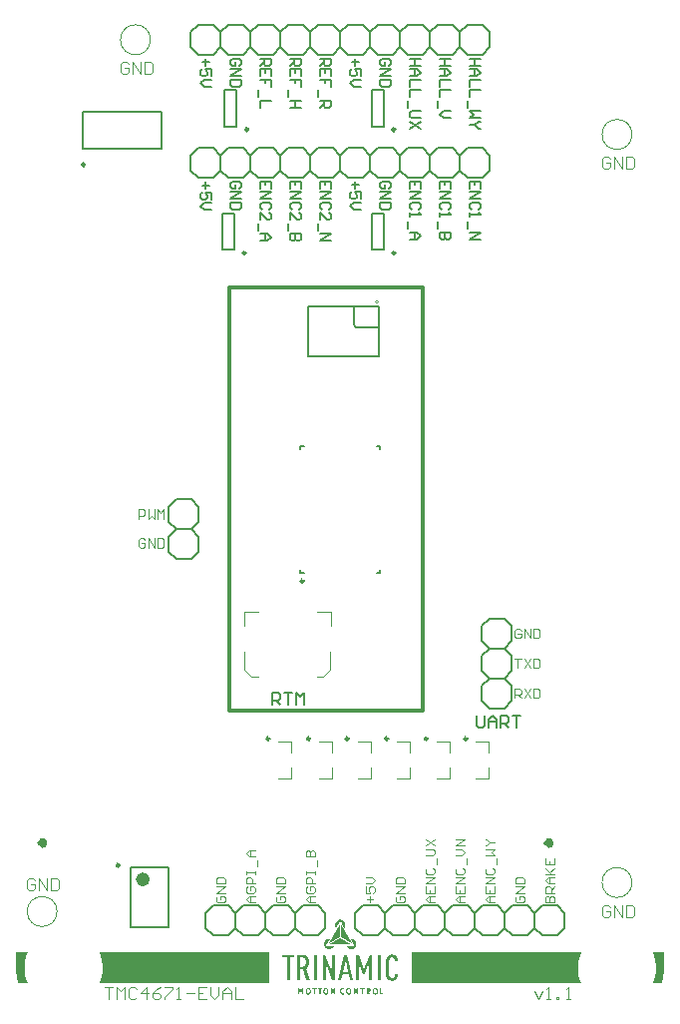
<source format=gto>
G04 Layer_Color=65535*
%FSLAX25Y25*%
%MOIN*%
G70*
G01*
G75*
%ADD30C,0.00600*%
%ADD54C,0.00984*%
%ADD55C,0.02362*%
%ADD56C,0.01968*%
%ADD57C,0.00394*%
%ADD58C,0.00500*%
%ADD59C,0.00400*%
%ADD60C,0.00787*%
%ADD61C,0.01181*%
%ADD62C,0.00472*%
%ADD63C,0.00350*%
%ADD64C,0.00321*%
G36*
X109124Y8885D02*
X109124Y8885D01*
X109228Y8883D01*
X109293Y8878D01*
X109354Y8872D01*
X109438Y8859D01*
X109511Y8845D01*
X109574Y8833D01*
X109639Y8820D01*
Y8474D01*
X109570Y8487D01*
X109503Y8497D01*
X109417Y8509D01*
X109340Y8517D01*
X109288Y8522D01*
X109224Y8526D01*
X109163Y8528D01*
X109139Y8528D01*
X109092Y8525D01*
X109046Y8517D01*
X109000Y8506D01*
X108978Y8498D01*
X108959Y8491D01*
X108923Y8475D01*
X108889Y8455D01*
X108856Y8433D01*
X108841Y8421D01*
X108834Y8416D01*
X108822Y8405D01*
X108810Y8393D01*
X108799Y8381D01*
X108794Y8375D01*
X108794Y8375D01*
X108752Y8318D01*
X108727Y8275D01*
X108704Y8227D01*
X108683Y8174D01*
X108657Y8085D01*
X108639Y7983D01*
X108632Y7908D01*
X108628Y7826D01*
X108629Y7699D01*
X108635Y7620D01*
X108644Y7548D01*
X108657Y7482D01*
X108674Y7422D01*
X108704Y7342D01*
X108727Y7295D01*
X108779Y7213D01*
X108788Y7203D01*
X108806Y7182D01*
X108825Y7163D01*
X108846Y7145D01*
X108857Y7137D01*
X108870Y7128D01*
X108896Y7111D01*
X108923Y7097D01*
X108951Y7084D01*
X108965Y7079D01*
Y7079D01*
X108989Y7070D01*
X109038Y7057D01*
X109087Y7049D01*
X109138Y7046D01*
X109163Y7046D01*
X109163D01*
X109224Y7047D01*
X109288Y7052D01*
X109417Y7067D01*
X109491Y7077D01*
X109581Y7092D01*
X109639Y7102D01*
Y6749D01*
X109574Y6736D01*
X109488Y6719D01*
X109438Y6709D01*
X109383Y6700D01*
X109293Y6690D01*
X109228Y6686D01*
X109160Y6684D01*
X109128Y6683D01*
X109065Y6685D01*
X109003Y6690D01*
X108940Y6699D01*
X108910Y6705D01*
X108910Y6705D01*
X108848Y6717D01*
X108730Y6758D01*
X108620Y6817D01*
X108520Y6893D01*
X108477Y6938D01*
X108477Y6938D01*
X108383Y7056D01*
X108306Y7199D01*
X108274Y7280D01*
X108235Y7414D01*
X108216Y7511D01*
X108204Y7615D01*
X108198Y7726D01*
X108197Y7784D01*
X108204Y7953D01*
X108216Y8058D01*
X108235Y8155D01*
X108259Y8246D01*
X108294Y8344D01*
X108324Y8407D01*
X108362Y8479D01*
X108405Y8544D01*
X108413Y8556D01*
X108430Y8578D01*
X108448Y8600D01*
X108467Y8620D01*
X108477Y8630D01*
Y8630D01*
X108508Y8662D01*
X108577Y8719D01*
X108651Y8768D01*
X108730Y8808D01*
X108772Y8824D01*
X108814Y8840D01*
X108901Y8864D01*
X108989Y8879D01*
X109079Y8886D01*
X109124Y8885D01*
D02*
G37*
G36*
X117876Y8853D02*
X117968Y8838D01*
X118057Y8816D01*
X118101Y8800D01*
X118115Y8795D01*
X118143Y8782D01*
X118169Y8766D01*
X118195Y8748D01*
X118206Y8738D01*
X118219Y8730D01*
X118243Y8712D01*
X118265Y8692D01*
X118286Y8670D01*
X118296Y8658D01*
X118306Y8646D01*
X118323Y8619D01*
X118339Y8591D01*
X118352Y8562D01*
X118357Y8547D01*
X118357Y8547D01*
X118365Y8531D01*
X118378Y8499D01*
X118389Y8466D01*
X118397Y8431D01*
X118399Y8414D01*
X118402Y8397D01*
X118405Y8361D01*
X118407Y8326D01*
X118408Y8291D01*
X118407Y8273D01*
X118408Y8263D01*
X118408Y8244D01*
X118408Y8224D01*
X118408Y8205D01*
X118407Y8195D01*
X118407Y8169D01*
X118403Y8118D01*
X118394Y8067D01*
X118381Y8018D01*
X118372Y7994D01*
X118361Y7972D01*
X118336Y7930D01*
X118307Y7890D01*
X118276Y7853D01*
X118259Y7836D01*
X118259Y7836D01*
X118233Y7806D01*
X118172Y7757D01*
X118104Y7718D01*
X118030Y7692D01*
X117992Y7685D01*
X118494Y6711D01*
X118052Y6713D01*
X117568Y7647D01*
X117423D01*
X117423Y7984D01*
X117621D01*
X117723Y7990D01*
X117786Y8000D01*
X117839Y8015D01*
X117839D01*
X117848Y8018D01*
X117864Y8024D01*
X117880Y8032D01*
X117895Y8041D01*
X117902Y8046D01*
X117915Y8056D01*
X117938Y8080D01*
X117956Y8107D01*
X117970Y8136D01*
X117975Y8152D01*
X117985Y8202D01*
X117989Y8259D01*
X117985Y8313D01*
X117985Y8313D01*
X117984Y8322D01*
X117981Y8339D01*
X117977Y8356D01*
X117971Y8372D01*
X117968Y8381D01*
X117963Y8392D01*
X117950Y8414D01*
X117935Y8433D01*
X117917Y8450D01*
X117906Y8458D01*
X117897Y8464D01*
X117878Y8474D01*
X117859Y8483D01*
X117839Y8490D01*
X117828Y8493D01*
Y8493D01*
X117815Y8497D01*
X117789Y8502D01*
X117763Y8507D01*
X117736Y8512D01*
X117723Y8513D01*
X117421Y8513D01*
X117423Y7984D01*
D01*
X117423Y7647D01*
X117423D01*
Y7645D01*
X117421Y6711D01*
X117018Y6713D01*
X117020Y8857D01*
X117738Y8857D01*
X117738Y8857D01*
X117784Y8859D01*
X117876Y8853D01*
D02*
G37*
G36*
X114233Y8857D02*
X114234Y8857D01*
X114234Y8856D01*
Y8855D01*
Y6713D01*
Y6713D01*
X114234Y6712D01*
X114233Y6712D01*
X114232Y6711D01*
X113831D01*
X113830Y6711D01*
X113830Y6712D01*
X113829Y6712D01*
X113829Y6712D01*
X113109Y8008D01*
Y6713D01*
Y6713D01*
X113109Y6712D01*
X113108Y6712D01*
X113108Y6711D01*
X112706D01*
X112705Y6712D01*
X112704Y6712D01*
X112704Y6713D01*
Y6713D01*
Y8855D01*
Y8856D01*
X112704Y8857D01*
X112705Y8857D01*
X112706Y8857D01*
X113107D01*
X113108Y8857D01*
X113109Y8857D01*
X113109Y8857D01*
X113109Y8856D01*
X113829Y7557D01*
Y8855D01*
Y8856D01*
X113829Y8857D01*
X113830Y8857D01*
X113830Y8857D01*
X114232D01*
X114233Y8857D01*
D02*
G37*
G36*
X95955D02*
X95956Y8857D01*
X95956Y8856D01*
Y8855D01*
Y6713D01*
Y6713D01*
X95956Y6712D01*
X95955Y6712D01*
X95955Y6711D01*
X95553D01*
X95552Y6712D01*
X95551Y6712D01*
X95551Y6713D01*
Y6713D01*
Y8022D01*
X95247Y7382D01*
X95247D01*
X95247Y7382D01*
X95246Y7381D01*
X95246Y7381D01*
X95245Y7381D01*
X94848D01*
X94847Y7381D01*
X94847Y7381D01*
X94846Y7382D01*
X94846Y7382D01*
X94533Y8028D01*
Y6713D01*
Y6713D01*
X94533Y6712D01*
X94532Y6712D01*
X94531Y6711D01*
X94129D01*
X94129Y6712D01*
X94128Y6712D01*
X94128Y6713D01*
Y6713D01*
Y8855D01*
Y8856D01*
X94128Y8857D01*
X94129Y8857D01*
X94129Y8857D01*
X94531D01*
X94532Y8857D01*
X94532Y8857D01*
X94533Y8857D01*
X94533Y8856D01*
X95046Y7810D01*
X95551Y8856D01*
X95551Y8856D01*
X95551Y8857D01*
X95552Y8857D01*
X95552Y8857D01*
X95553Y8857D01*
X95955D01*
X95955Y8857D01*
D02*
G37*
G36*
X188357Y19710D02*
X187869Y17572D01*
X187746Y15382D01*
X187992Y13203D01*
X188599Y11095D01*
X188821Y10634D01*
X132115D01*
Y20800D01*
X188809D01*
X188357Y19710D01*
D02*
G37*
G36*
X216615Y14467D02*
X215955Y10634D01*
X212771D01*
X213420Y12489D01*
X213787Y14652D01*
X213787Y15748D01*
X213787Y16600D01*
X213565Y18290D01*
X213124Y19936D01*
X212766Y20800D01*
X216615D01*
Y14467D01*
D02*
G37*
G36*
X3318Y19710D02*
X2830Y17572D01*
X2707Y15382D01*
X2952Y13203D01*
X3559Y11095D01*
X3782Y10634D01*
X580D01*
X-80Y14467D01*
Y20800D01*
X3769D01*
X3318Y19710D01*
D02*
G37*
G36*
X84420Y10634D02*
X27731D01*
X28381Y12489D01*
X28748Y14652D01*
X28748Y15748D01*
X28748Y16600D01*
X28526Y18290D01*
X28084Y19936D01*
X27727Y20800D01*
X84420D01*
Y10634D01*
D02*
G37*
G36*
X106591Y8857D02*
X106591Y8857D01*
X106592Y8856D01*
Y8855D01*
Y6713D01*
Y6713D01*
X106591Y6712D01*
X106591Y6712D01*
X106590Y6711D01*
X106189D01*
X106188Y6711D01*
X106188Y6712D01*
X106187Y6712D01*
X106187Y6712D01*
X105467Y8008D01*
Y6713D01*
Y6713D01*
X105467Y6712D01*
X105466Y6712D01*
X105466Y6711D01*
X105063D01*
X105062Y6712D01*
X105062Y6712D01*
X105062Y6713D01*
Y6713D01*
Y8855D01*
Y8856D01*
X105062Y8857D01*
X105062Y8857D01*
X105063Y8857D01*
X105465D01*
X105466Y8857D01*
X105466Y8857D01*
X105467Y8857D01*
X105467Y8856D01*
X106187Y7557D01*
Y8855D01*
Y8856D01*
X106187Y8857D01*
X106188Y8857D01*
X106188Y8857D01*
X106590D01*
X106591Y8857D01*
D02*
G37*
G36*
X116365D02*
X116366Y8857D01*
X116366Y8856D01*
Y8855D01*
Y8498D01*
Y8498D01*
X116366Y8497D01*
X116365Y8497D01*
X116365Y8496D01*
X115831D01*
Y6713D01*
Y6713D01*
X115831Y6712D01*
X115830Y6712D01*
X115830Y6711D01*
X115427D01*
X115427Y6712D01*
X115426Y6712D01*
X115426Y6713D01*
Y6713D01*
Y8496D01*
X114892D01*
X114891Y8497D01*
X114891Y8497D01*
X114891Y8498D01*
Y8498D01*
Y8855D01*
Y8856D01*
X114891Y8857D01*
X114891Y8857D01*
X114892Y8857D01*
X116365D01*
X116365Y8857D01*
D02*
G37*
G36*
X121944D02*
X121945Y8857D01*
X121945Y8856D01*
Y8855D01*
Y7058D01*
X122598D01*
X122599Y7057D01*
X122599Y7057D01*
X122599Y7056D01*
Y7056D01*
Y6713D01*
Y6713D01*
X122599Y6712D01*
X122599Y6712D01*
X122598Y6711D01*
X121542D01*
X121541Y6712D01*
X121540Y6712D01*
X121540Y6713D01*
Y6713D01*
Y8855D01*
Y8856D01*
X121540Y8857D01*
X121541Y8857D01*
X121542Y8857D01*
X121944D01*
X121944Y8857D01*
D02*
G37*
G36*
X100376D02*
X100377Y8857D01*
X100377Y8856D01*
Y8855D01*
Y8498D01*
Y8498D01*
X100377Y8497D01*
X100376Y8497D01*
X100376Y8496D01*
X99842D01*
Y6713D01*
Y6713D01*
X99842Y6712D01*
X99841Y6712D01*
X99840Y6711D01*
X99438D01*
X99437Y6712D01*
X99437Y6712D01*
X99437Y6713D01*
Y6713D01*
Y8496D01*
X98903D01*
X98902Y8497D01*
X98902Y8497D01*
X98902Y8498D01*
Y8498D01*
Y8855D01*
Y8856D01*
X98902Y8857D01*
X98902Y8857D01*
X98903Y8857D01*
X100376D01*
X100376Y8857D01*
D02*
G37*
G36*
X102024D02*
X102025Y8857D01*
X102025Y8856D01*
Y8855D01*
Y8601D01*
Y8601D01*
X102025Y8600D01*
X102024Y8599D01*
X102024Y8599D01*
X101668D01*
Y6970D01*
X102024D01*
X102024Y6969D01*
X102025Y6969D01*
X102025Y6968D01*
Y6967D01*
Y6713D01*
Y6713D01*
X102025Y6712D01*
X102024Y6712D01*
X102024Y6711D01*
X100908D01*
X100907Y6712D01*
X100907Y6712D01*
X100906Y6713D01*
Y6713D01*
Y6967D01*
Y6968D01*
X100907Y6969D01*
X100907Y6969D01*
X100908Y6970D01*
X101263D01*
Y8599D01*
X100908D01*
X100907Y8599D01*
X100907Y8600D01*
X100906Y8601D01*
Y8601D01*
Y8855D01*
Y8856D01*
X100907Y8857D01*
X100907Y8857D01*
X100908Y8857D01*
X102024D01*
X102024Y8857D01*
D02*
G37*
G36*
X103574Y8878D02*
X103636Y8868D01*
X103658Y8864D01*
X103702Y8855D01*
X103745Y8842D01*
X103788Y8827D01*
X103809Y8818D01*
X103809Y8818D01*
X103849Y8801D01*
X103925Y8758D01*
X103995Y8707D01*
X104059Y8647D01*
X104087Y8614D01*
X104087Y8614D01*
X104099Y8600D01*
X104122Y8571D01*
X104143Y8541D01*
X104162Y8509D01*
X104171Y8493D01*
X104172Y8494D01*
X104207Y8425D01*
X104239Y8351D01*
X104266Y8271D01*
X104298Y8140D01*
X104313Y8046D01*
X104323Y7946D01*
X104328Y7840D01*
X104329Y7784D01*
X104323Y7623D01*
X104313Y7523D01*
X104298Y7429D01*
X104278Y7340D01*
X104272Y7320D01*
X104260Y7279D01*
X104247Y7239D01*
X104232Y7200D01*
X104223Y7180D01*
X104224Y7180D01*
X104190Y7109D01*
X104152Y7043D01*
X104087Y6955D01*
X104060Y6921D01*
X103996Y6861D01*
X103926Y6810D01*
X103849Y6767D01*
X103809Y6751D01*
X103809Y6751D01*
X103788Y6742D01*
X103746Y6728D01*
X103703Y6715D01*
X103660Y6705D01*
X103638Y6701D01*
X103638Y6701D01*
X103527Y6687D01*
X103450Y6684D01*
Y7026D01*
X103450D01*
X103450D01*
D01*
X103472Y7026D01*
X103514Y7029D01*
X103556Y7037D01*
X103597Y7049D01*
X103617Y7057D01*
X103617Y7057D01*
X103631Y7063D01*
X103659Y7077D01*
X103686Y7094D01*
X103711Y7113D01*
X103723Y7123D01*
X103723Y7123D01*
X103734Y7134D01*
X103754Y7155D01*
X103773Y7178D01*
X103789Y7203D01*
X103797Y7216D01*
X103797Y7216D01*
X103803Y7226D01*
X103814Y7246D01*
X103824Y7267D01*
X103834Y7288D01*
X103839Y7299D01*
X103839Y7299D01*
X103871Y7398D01*
X103894Y7511D01*
X103908Y7640D01*
X103913Y7784D01*
X103913Y7918D01*
X103894Y8057D01*
X103871Y8171D01*
X103839Y8270D01*
X103797Y8353D01*
X103746Y8421D01*
X103686Y8474D01*
X103620Y8505D01*
X103538Y8535D01*
X103450Y8543D01*
X103429Y8542D01*
X103387Y8539D01*
X103345Y8531D01*
X103304Y8520D01*
X103284Y8512D01*
X103284Y8512D01*
X103188Y8451D01*
X103104Y8353D01*
X103062Y8270D01*
X103030Y8171D01*
X103006Y8060D01*
X102993Y7928D01*
X102988Y7784D01*
X102992Y7646D01*
X103007Y7512D01*
X103030Y7398D01*
X103062Y7299D01*
X103104Y7216D01*
X103155Y7147D01*
X103215Y7095D01*
X103232Y7084D01*
X103267Y7065D01*
X103304Y7050D01*
X103343Y7038D01*
X103363Y7034D01*
X103373Y7032D01*
X103395Y7029D01*
X103417Y7027D01*
X103439Y7026D01*
X103450Y7026D01*
X103450Y6684D01*
X103335Y6690D01*
X103227Y6708D01*
X103210Y6712D01*
X103175Y6721D01*
X103141Y6732D01*
X103108Y6744D01*
X103092Y6751D01*
X103092Y6751D01*
X103052Y6768D01*
X102976Y6810D01*
X102905Y6862D01*
X102842Y6921D01*
X102814Y6954D01*
X102814Y6955D01*
X102802Y6969D01*
X102779Y6998D01*
X102758Y7028D01*
X102738Y7059D01*
X102729Y7075D01*
X102729Y7075D01*
X102694Y7144D01*
X102662Y7218D01*
X102635Y7298D01*
X102603Y7429D01*
X102588Y7523D01*
X102578Y7623D01*
X102573Y7729D01*
X102572Y7784D01*
X102578Y7946D01*
X102588Y8046D01*
X102603Y8140D01*
X102623Y8229D01*
X102629Y8249D01*
X102641Y8289D01*
X102655Y8329D01*
X102669Y8369D01*
X102677Y8388D01*
X102677Y8388D01*
X102711Y8460D01*
X102749Y8526D01*
X102814Y8614D01*
X102828Y8631D01*
X102857Y8663D01*
X102889Y8693D01*
X102923Y8721D01*
X102941Y8733D01*
X102941Y8733D01*
X102959Y8746D01*
X102995Y8769D01*
X103033Y8790D01*
X103072Y8809D01*
X103092Y8818D01*
X103092Y8818D01*
X103112Y8827D01*
X103154Y8842D01*
X103197Y8854D01*
X103240Y8864D01*
X103262Y8868D01*
X103262Y8868D01*
X103373Y8882D01*
X103450Y8885D01*
X103574Y8878D01*
D02*
G37*
G36*
X111216D02*
X111278Y8868D01*
X111300Y8864D01*
X111344Y8855D01*
X111388Y8842D01*
X111430Y8827D01*
X111451Y8818D01*
X111451Y8818D01*
X111492Y8801D01*
X111567Y8758D01*
X111638Y8707D01*
X111701Y8647D01*
X111729Y8614D01*
X111730Y8614D01*
X111741Y8600D01*
X111764Y8571D01*
X111785Y8541D01*
X111805Y8509D01*
X111814Y8493D01*
X111814Y8494D01*
X111850Y8425D01*
X111881Y8351D01*
X111908Y8271D01*
X111940Y8140D01*
X111955Y8046D01*
X111965Y7946D01*
X111970Y7840D01*
X111971Y7784D01*
X111965Y7623D01*
X111955Y7523D01*
X111940Y7429D01*
X111920Y7340D01*
X111915Y7320D01*
X111903Y7279D01*
X111889Y7239D01*
X111874Y7200D01*
X111866Y7180D01*
X111866Y7180D01*
X111832Y7109D01*
X111794Y7043D01*
X111730Y6955D01*
X111702Y6921D01*
X111638Y6861D01*
X111568Y6810D01*
X111492Y6767D01*
X111451Y6751D01*
X111451Y6751D01*
X111431Y6742D01*
X111389Y6728D01*
X111346Y6715D01*
X111302Y6705D01*
X111280Y6701D01*
X111281Y6701D01*
X111170Y6687D01*
X111093Y6684D01*
Y7026D01*
X111093D01*
X111093D01*
D01*
X111114Y7026D01*
X111156Y7029D01*
X111198Y7037D01*
X111239Y7049D01*
X111259Y7057D01*
X111259Y7057D01*
X111274Y7063D01*
X111302Y7077D01*
X111328Y7094D01*
X111353Y7113D01*
X111365Y7123D01*
X111365Y7123D01*
X111376Y7134D01*
X111397Y7155D01*
X111415Y7178D01*
X111432Y7203D01*
X111439Y7216D01*
X111440Y7216D01*
X111445Y7226D01*
X111456Y7246D01*
X111467Y7267D01*
X111476Y7288D01*
X111481Y7299D01*
X111481Y7299D01*
X111513Y7398D01*
X111537Y7511D01*
X111550Y7640D01*
X111555Y7784D01*
X111555Y7918D01*
X111537Y8057D01*
X111513Y8171D01*
X111481Y8270D01*
X111440Y8353D01*
X111389Y8421D01*
X111328Y8474D01*
X111262Y8505D01*
X111180Y8535D01*
X111093Y8543D01*
X111071Y8542D01*
X111029Y8539D01*
X110987Y8531D01*
X110946Y8520D01*
X110926Y8512D01*
X110926Y8512D01*
X110830Y8451D01*
X110746Y8353D01*
X110704Y8270D01*
X110672Y8171D01*
X110648Y8060D01*
X110635Y7928D01*
X110630Y7784D01*
X110634Y7646D01*
X110649Y7512D01*
X110672Y7398D01*
X110704Y7299D01*
X110746Y7216D01*
X110797Y7147D01*
X110857Y7095D01*
X110874Y7084D01*
X110909Y7065D01*
X110947Y7050D01*
X110985Y7038D01*
X111005Y7034D01*
X111016Y7032D01*
X111038Y7029D01*
X111059Y7027D01*
X111082Y7026D01*
X111093Y7026D01*
X111093Y6684D01*
X110978Y6690D01*
X110869Y6708D01*
X110852Y6712D01*
X110818Y6721D01*
X110784Y6732D01*
X110750Y6744D01*
X110734Y6751D01*
X110734Y6751D01*
X110694Y6768D01*
X110618Y6810D01*
X110548Y6862D01*
X110484Y6921D01*
X110456Y6954D01*
X110456Y6955D01*
X110444Y6969D01*
X110422Y6998D01*
X110400Y7028D01*
X110381Y7059D01*
X110372Y7075D01*
X110372Y7075D01*
X110336Y7144D01*
X110304Y7218D01*
X110277Y7298D01*
X110245Y7429D01*
X110230Y7523D01*
X110220Y7623D01*
X110215Y7729D01*
X110215Y7784D01*
X110220Y7946D01*
X110230Y8046D01*
X110245Y8140D01*
X110265Y8229D01*
X110271Y8249D01*
X110283Y8289D01*
X110297Y8329D01*
X110312Y8369D01*
X110320Y8388D01*
X110320Y8388D01*
X110353Y8460D01*
X110391Y8526D01*
X110456Y8614D01*
X110470Y8631D01*
X110500Y8663D01*
X110532Y8693D01*
X110565Y8721D01*
X110583Y8733D01*
X110583Y8733D01*
X110601Y8746D01*
X110637Y8769D01*
X110675Y8790D01*
X110714Y8809D01*
X110734Y8818D01*
X110734Y8818D01*
X110755Y8827D01*
X110796Y8842D01*
X110839Y8854D01*
X110883Y8864D01*
X110905Y8868D01*
X110905Y8868D01*
X111015Y8882D01*
X111093Y8885D01*
X111216Y8878D01*
D02*
G37*
G36*
X97692Y8878D02*
X97753Y8868D01*
X97776Y8864D01*
X97820Y8855D01*
X97863Y8842D01*
X97906Y8827D01*
X97927Y8818D01*
X97927Y8818D01*
X97967Y8801D01*
X98043Y8758D01*
X98113Y8707D01*
X98177Y8647D01*
X98205Y8614D01*
X98205Y8614D01*
X98217Y8600D01*
X98239Y8571D01*
X98261Y8541D01*
X98280Y8509D01*
X98289Y8493D01*
X98289Y8494D01*
X98325Y8425D01*
X98356Y8350D01*
X98384Y8271D01*
X98416Y8140D01*
X98431Y8046D01*
X98441Y7946D01*
X98446Y7840D01*
X98446Y7784D01*
X98441Y7623D01*
X98431Y7523D01*
X98416Y7429D01*
X98396Y7340D01*
X98390Y7320D01*
X98378Y7279D01*
X98365Y7239D01*
X98349Y7200D01*
X98341Y7180D01*
X98341Y7180D01*
X98308Y7109D01*
X98270Y7043D01*
X98205Y6955D01*
X98177Y6921D01*
X98114Y6861D01*
X98043Y6810D01*
X97967Y6767D01*
X97927Y6751D01*
X97927Y6751D01*
X97906Y6742D01*
X97864Y6728D01*
X97821Y6715D01*
X97778Y6705D01*
X97756Y6701D01*
X97756Y6701D01*
X97645Y6687D01*
X97568Y6684D01*
Y7026D01*
X97568D01*
X97568D01*
D01*
X97589Y7026D01*
X97632Y7029D01*
X97674Y7037D01*
X97715Y7049D01*
X97734Y7057D01*
X97735Y7057D01*
X97749Y7063D01*
X97777Y7077D01*
X97804Y7094D01*
X97829Y7113D01*
X97841Y7123D01*
X97841Y7123D01*
X97852Y7134D01*
X97872Y7155D01*
X97891Y7178D01*
X97907Y7203D01*
X97915Y7216D01*
X97915Y7216D01*
X97921Y7226D01*
X97932Y7246D01*
X97942Y7267D01*
X97952Y7288D01*
X97956Y7299D01*
X97957Y7299D01*
X97989Y7398D01*
X98012Y7511D01*
X98026Y7640D01*
X98031Y7784D01*
X98031Y7918D01*
X98012Y8057D01*
X97989Y8171D01*
X97957Y8270D01*
X97915Y8353D01*
X97864Y8421D01*
X97804Y8474D01*
X97738Y8505D01*
X97656Y8535D01*
X97568Y8542D01*
X97547Y8542D01*
X97504Y8539D01*
X97463Y8531D01*
X97422Y8519D01*
X97402Y8512D01*
X97402Y8512D01*
X97306Y8451D01*
X97221Y8353D01*
X97180Y8270D01*
X97148Y8171D01*
X97124Y8060D01*
X97110Y7928D01*
X97106Y7784D01*
X97110Y7646D01*
X97124Y7511D01*
X97148Y7398D01*
X97180Y7299D01*
X97222Y7216D01*
X97272Y7147D01*
X97332Y7094D01*
X97349Y7084D01*
X97385Y7065D01*
X97422Y7050D01*
X97461Y7038D01*
X97480Y7034D01*
X97491Y7032D01*
X97513Y7029D01*
X97535Y7027D01*
X97557Y7026D01*
X97568Y7026D01*
X97568Y6684D01*
X97453Y6690D01*
X97345Y6708D01*
X97327Y6712D01*
X97293Y6721D01*
X97259Y6732D01*
X97226Y6744D01*
X97209Y6751D01*
X97210Y6751D01*
X97169Y6768D01*
X97093Y6810D01*
X97023Y6862D01*
X96960Y6921D01*
X96931Y6954D01*
X96931Y6955D01*
X96920Y6969D01*
X96897Y6998D01*
X96876Y7028D01*
X96856Y7059D01*
X96847Y7075D01*
X96847Y7075D01*
X96811Y7144D01*
X96780Y7218D01*
X96753Y7298D01*
X96721Y7429D01*
X96706Y7523D01*
X96696Y7623D01*
X96691Y7729D01*
X96690Y7784D01*
X96696Y7945D01*
X96706Y8046D01*
X96721Y8140D01*
X96741Y8229D01*
X96746Y8249D01*
X96759Y8289D01*
X96772Y8329D01*
X96787Y8369D01*
X96795Y8388D01*
X96795Y8388D01*
X96829Y8460D01*
X96867Y8526D01*
X96931Y8614D01*
X96945Y8631D01*
X96975Y8663D01*
X97007Y8693D01*
X97041Y8720D01*
X97059Y8733D01*
X97059Y8733D01*
X97076Y8746D01*
X97113Y8769D01*
X97151Y8790D01*
X97189Y8809D01*
X97210Y8818D01*
X97210Y8818D01*
X97230Y8827D01*
X97272Y8842D01*
X97315Y8854D01*
X97358Y8864D01*
X97380Y8868D01*
X97380Y8868D01*
X97491Y8882D01*
X97568Y8885D01*
X97692Y8878D01*
D02*
G37*
G36*
X120052D02*
X120114Y8868D01*
X120136Y8864D01*
X120180Y8855D01*
X120224Y8842D01*
X120266Y8827D01*
X120287Y8818D01*
X120288Y8818D01*
X120328Y8801D01*
X120404Y8758D01*
X120474Y8707D01*
X120537Y8647D01*
X120565Y8614D01*
X120566Y8614D01*
X120578Y8600D01*
X120600Y8571D01*
X120621Y8541D01*
X120641Y8509D01*
X120650Y8493D01*
X120650Y8494D01*
X120686Y8425D01*
X120717Y8350D01*
X120744Y8271D01*
X120776Y8140D01*
X120791Y8046D01*
X120801Y7946D01*
X120806Y7840D01*
X120807Y7784D01*
X120801Y7623D01*
X120791Y7523D01*
X120776Y7429D01*
X120756Y7340D01*
X120751Y7320D01*
X120739Y7279D01*
X120725Y7239D01*
X120710Y7200D01*
X120702Y7180D01*
X120702Y7180D01*
X120668Y7109D01*
X120631Y7043D01*
X120566Y6955D01*
X120538Y6921D01*
X120474Y6861D01*
X120404Y6810D01*
X120328Y6767D01*
X120287Y6751D01*
X120288Y6751D01*
X120267Y6742D01*
X120225Y6728D01*
X120182Y6715D01*
X120138Y6705D01*
X120116Y6701D01*
X120117Y6701D01*
X120006Y6687D01*
X119929Y6684D01*
Y7026D01*
X119929D01*
X119929D01*
D01*
X119950Y7026D01*
X119992Y7029D01*
X120034Y7037D01*
X120075Y7049D01*
X120095Y7057D01*
X120095Y7057D01*
X120110Y7063D01*
X120138Y7077D01*
X120164Y7094D01*
X120189Y7113D01*
X120201Y7123D01*
X120201Y7123D01*
X120212Y7134D01*
X120233Y7155D01*
X120251Y7178D01*
X120268Y7203D01*
X120275Y7216D01*
X120275Y7216D01*
X120281Y7226D01*
X120292Y7246D01*
X120303Y7267D01*
X120312Y7288D01*
X120317Y7299D01*
X120317Y7299D01*
X120350Y7398D01*
X120373Y7511D01*
X120387Y7640D01*
X120391Y7784D01*
X120391Y7918D01*
X120373Y8057D01*
X120350Y8171D01*
X120317Y8270D01*
X120276Y8353D01*
X120225Y8421D01*
X120165Y8474D01*
X120098Y8505D01*
X120017Y8535D01*
X119929Y8542D01*
X119907Y8542D01*
X119865Y8539D01*
X119823Y8531D01*
X119782Y8519D01*
X119762Y8512D01*
X119762Y8512D01*
X119666Y8451D01*
X119582Y8353D01*
X119540Y8270D01*
X119508Y8171D01*
X119484Y8060D01*
X119471Y7928D01*
X119466Y7784D01*
X119470Y7646D01*
X119485Y7511D01*
X119508Y7398D01*
X119540Y7299D01*
X119582Y7216D01*
X119633Y7147D01*
X119693Y7094D01*
X119710Y7084D01*
X119746Y7065D01*
X119783Y7050D01*
X119821Y7038D01*
X119841Y7034D01*
X119852Y7032D01*
X119874Y7029D01*
X119896Y7027D01*
X119918Y7026D01*
X119929Y7026D01*
X119929Y6684D01*
X119814Y6690D01*
X119705Y6708D01*
X119688Y6712D01*
X119654Y6721D01*
X119620Y6732D01*
X119586Y6744D01*
X119570Y6751D01*
X119570Y6751D01*
X119530Y6768D01*
X119454Y6810D01*
X119384Y6862D01*
X119320Y6921D01*
X119292Y6954D01*
X119292Y6955D01*
X119280Y6969D01*
X119258Y6998D01*
X119237Y7028D01*
X119217Y7059D01*
X119208Y7075D01*
X119208Y7075D01*
X119172Y7144D01*
X119141Y7218D01*
X119113Y7298D01*
X119081Y7429D01*
X119066Y7523D01*
X119056Y7623D01*
X119051Y7729D01*
X119051Y7784D01*
X119056Y7945D01*
X119066Y8046D01*
X119081Y8140D01*
X119102Y8229D01*
X119107Y8249D01*
X119120Y8289D01*
X119133Y8329D01*
X119148Y8369D01*
X119156Y8388D01*
X119156Y8388D01*
X119189Y8460D01*
X119227Y8526D01*
X119292Y8614D01*
X119306Y8631D01*
X119336Y8663D01*
X119368Y8693D01*
X119402Y8720D01*
X119419Y8733D01*
X119419Y8733D01*
X119437Y8746D01*
X119474Y8769D01*
X119511Y8790D01*
X119550Y8809D01*
X119570Y8818D01*
X119570Y8818D01*
X119591Y8827D01*
X119632Y8842D01*
X119675Y8854D01*
X119719Y8864D01*
X119741Y8868D01*
X119741Y8868D01*
X119852Y8882D01*
X119929Y8885D01*
X120052Y8878D01*
D02*
G37*
G36*
X112390Y25293D02*
X112836Y25105D01*
X113211Y24801D01*
X113487Y24403D01*
X113641Y23945D01*
X113661Y23462D01*
X113546Y22992D01*
X113425Y22783D01*
X113304Y22573D01*
X112955Y22239D01*
X112526Y22015D01*
X112053Y21919D01*
X111571Y21959D01*
X111119Y22132D01*
X110734Y22424D01*
X110445Y22812D01*
X110360Y23038D01*
X112814Y23038D01*
X112814D01*
X112823Y23039D01*
X112840Y23041D01*
X112857Y23045D01*
X112873Y23052D01*
X112881Y23056D01*
X112888Y23062D01*
X112901Y23075D01*
X112910Y23091D01*
X112916Y23108D01*
X112918Y23117D01*
X112918Y23117D01*
X112917Y23126D01*
X112914Y23143D01*
X112909Y23160D01*
X112902Y23176D01*
X112898Y23184D01*
X111671Y25309D01*
X111671D01*
X111910Y25349D01*
X112390Y25293D01*
D02*
G37*
G36*
X104867Y25311D02*
X103640Y23187D01*
X103623Y23119D01*
X103657Y23057D01*
X103725Y23041D01*
X106178D01*
X106178Y23041D01*
X106094Y22814D01*
X105805Y22426D01*
X105419Y22134D01*
X104968Y21961D01*
X104486Y21921D01*
X104012Y22017D01*
X103584Y22241D01*
X103235Y22576D01*
X103114Y22785D01*
X103114D01*
X102993Y22995D01*
X102877Y23464D01*
X102898Y23947D01*
X103052Y24406D01*
X103327Y24803D01*
X103703Y25107D01*
X104148Y25295D01*
X104629Y25351D01*
X104867Y25311D01*
D02*
G37*
G36*
X95990Y19986D02*
X96168Y19967D01*
X96344Y19940D01*
X96431Y19921D01*
X96431Y19921D01*
X96470Y19912D01*
X96546Y19890D01*
X96621Y19865D01*
X96695Y19838D01*
X96731Y19822D01*
X96731Y19822D01*
X96766Y19808D01*
X96834Y19775D01*
X96900Y19738D01*
X96964Y19698D01*
X96994Y19676D01*
X96994Y19676D01*
X97057Y19631D01*
X97172Y19529D01*
X97276Y19415D01*
X97366Y19290D01*
X97405Y19223D01*
X97405Y19223D01*
X97427Y19185D01*
X97467Y19108D01*
X97503Y19029D01*
X97536Y18949D01*
X97551Y18908D01*
X97551Y18908D01*
X97568Y18861D01*
X97598Y18767D01*
X97624Y18672D01*
X97647Y18575D01*
X97656Y18527D01*
X97657Y18527D01*
X97667Y18471D01*
X97686Y18359D01*
X97702Y18246D01*
X97715Y18133D01*
X97720Y18077D01*
X97720Y18077D01*
X97726Y18011D01*
X97735Y17880D01*
X97740Y17749D01*
X97742Y17618D01*
X97742Y17552D01*
X97742Y17552D01*
X97741Y17470D01*
X97737Y17305D01*
X97728Y17141D01*
X97714Y16977D01*
X97706Y16895D01*
X97706Y16895D01*
X97699Y16826D01*
X97677Y16688D01*
X97649Y16552D01*
X97614Y16417D01*
X97593Y16350D01*
X97593Y16350D01*
X97583Y16320D01*
X97563Y16262D01*
X97541Y16203D01*
X97517Y16146D01*
X97505Y16117D01*
X97505Y16117D01*
X97493Y16090D01*
X97467Y16037D01*
X97439Y15985D01*
X97410Y15934D01*
X97394Y15909D01*
X97394Y15909D01*
X97333Y15812D01*
X97183Y15636D01*
X97009Y15485D01*
X96814Y15361D01*
X96709Y15314D01*
X96709Y15314D01*
X98018Y11426D01*
X96937D01*
X95759Y15109D01*
X94821D01*
Y11426D01*
X93788D01*
Y19995D01*
X95723Y19995D01*
X95812Y19995D01*
X95990Y19986D01*
D02*
G37*
G36*
X118998Y19997D02*
X118998Y19997D01*
X118999Y19996D01*
Y19995D01*
Y11426D01*
Y11426D01*
X118998Y11425D01*
X118998Y11424D01*
X118997Y11424D01*
X117963D01*
X117962Y11424D01*
X117961Y11425D01*
X117961Y11426D01*
Y11426D01*
Y17516D01*
X116607Y13520D01*
X116607D01*
X116607Y13519D01*
X116607Y13519D01*
X116606Y13518D01*
X116605Y13518D01*
X115968D01*
X115967Y13518D01*
X115967Y13519D01*
X115966Y13519D01*
X115966Y13520D01*
X114636Y17420D01*
Y11426D01*
Y11426D01*
X114636Y11425D01*
X114635Y11424D01*
X114635Y11424D01*
X113600D01*
X113599Y11424D01*
X113599Y11425D01*
X113598Y11426D01*
Y11426D01*
Y19995D01*
Y19996D01*
X113599Y19997D01*
X113599Y19997D01*
X113600Y19997D01*
X114575D01*
X114575Y19997D01*
X114576Y19997D01*
X114576Y19997D01*
X114576Y19996D01*
X114576Y19996D01*
X114576Y19996D01*
X114576Y19996D01*
X114576Y19996D01*
X114576Y19996D01*
X116305Y15236D01*
X118022Y19996D01*
Y19996D01*
X118022Y19996D01*
X118022Y19997D01*
X118023Y19997D01*
X118023Y19997D01*
X118997D01*
X118998Y19997D01*
D02*
G37*
G36*
X108513Y31714D02*
X108977Y31579D01*
X109385Y31320D01*
X109705Y30957D01*
X109911Y30520D01*
X109987Y30043D01*
X109927Y29563D01*
X109736Y29119D01*
X109582Y28932D01*
X108355Y31057D01*
X108306Y31106D01*
X108235Y31108D01*
X108187Y31057D01*
X106960Y28932D01*
Y28932D01*
X106806Y29119D01*
X106614Y29563D01*
X106554Y30042D01*
X106630Y30520D01*
X106837Y30957D01*
X107157Y31320D01*
X107565Y31579D01*
X108029Y31714D01*
X108271Y31714D01*
X108513Y31714D01*
D02*
G37*
G36*
X108063Y30091D02*
X108064Y30090D01*
Y30089D01*
Y25881D01*
Y25881D01*
X108064Y25880D01*
X108063Y25880D01*
X108063Y25879D01*
X108063Y25879D01*
X108063Y25879D01*
X108063Y25879D01*
X108063Y25879D01*
X108063Y25879D01*
X108063Y25879D01*
X104418Y23775D01*
X104418Y23775D01*
X104418Y23775D01*
X104418Y23775D01*
X104418Y23775D01*
X104418Y23775D01*
X104417Y23775D01*
X104416Y23775D01*
X104415Y23776D01*
X104415Y23777D01*
X104415Y23778D01*
X108060Y30090D01*
Y30090D01*
X108060Y30091D01*
X108062Y30091D01*
X108063Y30091D01*
D02*
G37*
G36*
X108480Y30091D02*
X108480Y30090D01*
X112124Y23778D01*
X112124D01*
X112124Y23777D01*
X112124Y23776D01*
X112123Y23775D01*
X112122Y23775D01*
X112121Y23775D01*
X108477Y25879D01*
X108477D01*
X108477Y25879D01*
X108476Y25880D01*
X108476Y25880D01*
X108476Y25881D01*
X108476Y25881D01*
Y25881D01*
X108476Y25881D01*
X108476Y25881D01*
Y25881D01*
Y25881D01*
X108476Y30089D01*
Y30090D01*
X108476Y30090D01*
X108477Y30091D01*
X108478Y30092D01*
X108480Y30091D01*
D02*
G37*
G36*
X108271Y25522D02*
X108271Y25522D01*
X108271Y25522D01*
X111915Y23417D01*
X111915Y23417D01*
X111915Y23417D01*
X111915Y23417D01*
X111916Y23417D01*
X111916Y23417D01*
X111916Y23417D01*
X111916Y23417D01*
X111917Y23415D01*
X111916Y23414D01*
X111915Y23413D01*
X111914Y23413D01*
X104625Y23414D01*
X104625D01*
X104624Y23415D01*
X104623Y23416D01*
X104624Y23417D01*
X104624Y23418D01*
X108269Y25522D01*
X108269Y25522D01*
X108269Y25522D01*
X108270Y25522D01*
X108270Y25522D01*
X108271Y25522D01*
D02*
G37*
G36*
X125693Y20090D02*
X125777Y20085D01*
X125861Y20076D01*
X125902Y20070D01*
X125902Y20070D01*
X126056Y20044D01*
X126093Y20036D01*
X126165Y20018D01*
X126236Y19997D01*
X126306Y19974D01*
X126340Y19961D01*
X126422Y19930D01*
X126579Y19851D01*
X126726Y19757D01*
X126862Y19648D01*
X126925Y19586D01*
X126970Y19541D01*
X127054Y19446D01*
X127130Y19344D01*
X127199Y19237D01*
X127230Y19181D01*
X127252Y19142D01*
X127291Y19062D01*
X127328Y18980D01*
X127361Y18896D01*
X127376Y18854D01*
X127383Y18832D01*
X127398Y18787D01*
X127412Y18742D01*
X127425Y18697D01*
X127431Y18675D01*
X127444Y18627D01*
X127467Y18532D01*
X127486Y18436D01*
X127502Y18339D01*
X127508Y18291D01*
X127515Y18239D01*
X127525Y18136D01*
X127533Y18033D01*
X127538Y17929D01*
X127538Y17877D01*
X126504Y17877D01*
X126495Y18100D01*
X126484Y18209D01*
X126467Y18316D01*
X126444Y18420D01*
X126416Y18520D01*
X126382Y18615D01*
X126341Y18705D01*
X126294Y18788D01*
X126239Y18864D01*
X126092Y19009D01*
X126062Y19030D01*
X125999Y19068D01*
X125933Y19099D01*
X125864Y19124D01*
X125828Y19134D01*
X125828Y19134D01*
X125796Y19142D01*
X125731Y19154D01*
X125666Y19162D01*
X125600Y19165D01*
X125567Y19165D01*
X125543Y19164D01*
X125496Y19162D01*
X125449Y19158D01*
X125402Y19153D01*
X125379Y19150D01*
Y19150D01*
X125295Y19131D01*
X125146Y19075D01*
X125114Y19057D01*
X125052Y19018D01*
X124994Y18973D01*
X124940Y18923D01*
X124915Y18896D01*
X124915Y18896D01*
X124870Y18840D01*
X124854Y18817D01*
X124823Y18770D01*
X124794Y18722D01*
X124768Y18673D01*
X124756Y18647D01*
Y18647D01*
X124659Y18368D01*
X124613Y18147D01*
X124577Y17885D01*
X124549Y17573D01*
X124530Y17206D01*
X124497Y16860D01*
X124518Y16778D01*
X124511Y16282D01*
X124509Y15711D01*
X124518Y14644D01*
X124530Y14216D01*
X124549Y13849D01*
X124577Y13537D01*
X124613Y13274D01*
X124659Y13054D01*
X124717Y12869D01*
X124787Y12714D01*
X124870Y12582D01*
X125020Y12427D01*
X125295Y12291D01*
X125379Y12272D01*
X125470Y12261D01*
X125567Y12257D01*
X125748Y12272D01*
X125828Y12291D01*
X125971Y12346D01*
X126195Y12517D01*
X126239Y12570D01*
X126342Y12728D01*
X126384Y12816D01*
X126420Y12910D01*
X126450Y13008D01*
X126474Y13110D01*
X126506Y13323D01*
X126516Y13544D01*
X127550Y13544D01*
X127549Y13466D01*
X127539Y13309D01*
X127522Y13153D01*
X127497Y12998D01*
X127480Y12922D01*
X127481Y12922D01*
X127471Y12874D01*
X127448Y12778D01*
X127420Y12684D01*
X127389Y12591D01*
X127372Y12545D01*
X127373Y12546D01*
X127364Y12523D01*
X127347Y12479D01*
X127329Y12436D01*
X127309Y12393D01*
X127299Y12372D01*
X127300Y12372D01*
X127290Y12351D01*
X127270Y12310D01*
X127248Y12269D01*
X127226Y12229D01*
X127214Y12210D01*
X127215Y12210D01*
X127202Y12188D01*
X127176Y12145D01*
X127148Y12103D01*
X127119Y12061D01*
X127104Y12041D01*
X127105Y12041D01*
X127094Y12026D01*
X127070Y11996D01*
X127046Y11966D01*
X127021Y11937D01*
X127008Y11922D01*
X127009Y11923D01*
X126995Y11906D01*
X126965Y11875D01*
X126935Y11844D01*
X126904Y11814D01*
X126888Y11800D01*
X126889Y11800D01*
X126801Y11717D01*
X126604Y11578D01*
X126390Y11470D01*
X126161Y11394D01*
X126043Y11372D01*
X126043Y11372D01*
X126005Y11366D01*
X125928Y11354D01*
X125851Y11344D01*
X125773Y11337D01*
X125735Y11335D01*
X125735D01*
X125567Y11330D01*
X125519Y11330D01*
X125422Y11334D01*
X125326Y11341D01*
X125230Y11352D01*
X125182Y11359D01*
X125182Y11359D01*
X125009Y11394D01*
X124969Y11404D01*
X124890Y11427D01*
X124812Y11454D01*
X124736Y11484D01*
X124698Y11502D01*
X124698D01*
X124613Y11541D01*
X124452Y11636D01*
X124301Y11747D01*
X124163Y11874D01*
X124101Y11944D01*
X124101Y11944D01*
X124057Y11993D01*
X123977Y12097D01*
X123904Y12206D01*
X123838Y12320D01*
X123809Y12380D01*
X123809Y12380D01*
X123794Y12411D01*
X123766Y12475D01*
X123740Y12540D01*
X123716Y12606D01*
X123706Y12639D01*
X123706Y12640D01*
X123626Y12934D01*
X123569Y13268D01*
X123526Y13647D01*
X123499Y14075D01*
X123484Y14559D01*
X123477Y15102D01*
X123476Y15711D01*
X123484Y16863D01*
X123499Y17346D01*
X123526Y17775D01*
X123567Y18154D01*
X123626Y18488D01*
X123706Y18782D01*
X123809Y19042D01*
X123824Y19072D01*
X123855Y19130D01*
X123888Y19188D01*
X123922Y19244D01*
X123940Y19272D01*
X123940Y19272D01*
X123959Y19299D01*
X123997Y19352D01*
X124038Y19403D01*
X124079Y19453D01*
X124101Y19478D01*
X124150Y19534D01*
X124257Y19637D01*
X124372Y19730D01*
X124495Y19814D01*
X124559Y19850D01*
X124612Y19880D01*
X124722Y19932D01*
X124835Y19976D01*
X124950Y20013D01*
X125009Y20027D01*
X125054Y20038D01*
X125143Y20056D01*
X125232Y20070D01*
X125323Y20081D01*
X125368Y20084D01*
X125368Y20084D01*
X125567Y20091D01*
X125609Y20092D01*
X125693Y20090D01*
D02*
G37*
G36*
X121943Y19997D02*
X121943Y19997D01*
X121944Y19996D01*
Y19995D01*
Y11426D01*
Y11426D01*
X121943Y11425D01*
X121943Y11424D01*
X121942Y11424D01*
X120907D01*
X120907Y11424D01*
X120906Y11425D01*
X120906Y11426D01*
Y11426D01*
Y19995D01*
Y19996D01*
X120906Y19997D01*
X120907Y19997D01*
X120907Y19997D01*
X121942D01*
X121943Y19997D01*
D02*
G37*
G36*
X112560Y11426D02*
X111466D01*
X111057Y13448D01*
X109074D01*
X108665Y11426D01*
X107584D01*
X109579Y19995D01*
X110577D01*
X112560Y11426D01*
D02*
G37*
G36*
X92895Y19997D02*
X92896Y19997D01*
X92896Y19996D01*
Y19995D01*
Y19069D01*
Y19068D01*
X92896Y19068D01*
X92895Y19067D01*
X92895Y19067D01*
X91466D01*
Y11426D01*
Y11426D01*
X91466Y11425D01*
X91465Y11424D01*
X91465Y11424D01*
X90430D01*
X90429Y11424D01*
X90429Y11425D01*
X90428Y11426D01*
Y11426D01*
Y19067D01*
X88988D01*
X88987Y19067D01*
X88986Y19068D01*
X88986Y19068D01*
Y19069D01*
Y19995D01*
Y19996D01*
X88986Y19997D01*
X88987Y19997D01*
X88988Y19997D01*
X92895D01*
X92895Y19997D01*
D02*
G37*
G36*
X100438D02*
X100439Y19997D01*
X100439Y19996D01*
Y19995D01*
Y11426D01*
Y11426D01*
X100439Y11425D01*
X100438Y11424D01*
X100437Y11424D01*
X99403D01*
X99402Y11424D01*
X99402Y11425D01*
X99401Y11426D01*
Y11426D01*
Y19995D01*
Y19996D01*
X99402Y19997D01*
X99402Y19997D01*
X99403Y19997D01*
X100437D01*
X100438Y19997D01*
D02*
G37*
G36*
X127538Y17877D02*
X127538Y17877D01*
Y17877D01*
X127538D01*
D02*
G37*
G36*
X106532Y19997D02*
X106533Y19997D01*
X106533Y19996D01*
Y19995D01*
Y11426D01*
Y11426D01*
X106533Y11425D01*
X106532Y11424D01*
X106532Y11424D01*
X105593D01*
X105592Y11424D01*
X105592Y11424D01*
X105591Y11425D01*
X105591Y11425D01*
X103384Y17276D01*
Y11426D01*
Y11426D01*
X103384Y11425D01*
X103383Y11424D01*
X103382Y11424D01*
X102348D01*
X102347Y11424D01*
X102346Y11425D01*
X102346Y11426D01*
Y11426D01*
Y19995D01*
Y19996D01*
X102346Y19997D01*
X102347Y19997D01*
X102348Y19997D01*
X103310D01*
X103311Y19997D01*
X103311Y19997D01*
X103312Y19996D01*
X103312Y19996D01*
X105507Y14146D01*
X105495Y19995D01*
Y19995D01*
X105495Y19996D01*
X105495Y19997D01*
X105496Y19997D01*
X105497Y19997D01*
X106532D01*
X106532Y19997D01*
D02*
G37*
%LPC*%
G36*
X95735Y19069D02*
X94821D01*
Y16024D01*
X95735D01*
X95786Y16024D01*
X95890Y16032D01*
X95992Y16049D01*
X96092Y16077D01*
X96141Y16095D01*
X96141D01*
X96161Y16103D01*
X96201Y16122D01*
X96240Y16144D01*
X96277Y16168D01*
X96295Y16181D01*
X96295Y16181D01*
X96329Y16208D01*
X96393Y16268D01*
X96449Y16335D01*
X96498Y16407D01*
X96519Y16445D01*
X96519Y16445D01*
X96530Y16466D01*
X96551Y16509D01*
X96570Y16552D01*
X96587Y16597D01*
X96595Y16619D01*
X96595Y16619D01*
X96649Y16819D01*
X96684Y17042D01*
X96703Y17287D01*
X96709Y17552D01*
X96709Y17615D01*
X96706Y17741D01*
X96700Y17868D01*
X96690Y17993D01*
X96684Y18056D01*
X96684Y18056D01*
X96649Y18278D01*
X96595Y18476D01*
X96520Y18649D01*
X96421Y18795D01*
X96376Y18847D01*
X96273Y18936D01*
X96153Y19002D01*
X96022Y19041D01*
X95955Y19051D01*
X95955Y19051D01*
X95735Y19069D01*
D02*
G37*
G36*
X110072Y18322D02*
X109266Y14375D01*
X110864D01*
X110072Y18322D01*
D02*
G37*
%LPD*%
D30*
X165768Y36496D02*
X170768D01*
X173268Y33996D01*
Y28996D02*
Y33996D01*
X170768Y26496D02*
X173268Y28996D01*
Y33996D02*
X175768Y36496D01*
X180768D01*
X183268Y33996D01*
Y28996D02*
Y33996D01*
X180768Y26496D02*
X183268Y28996D01*
X175768Y26496D02*
X180768D01*
X173268Y28996D02*
X175768Y26496D01*
X163268Y28996D02*
Y33996D01*
X165768Y36496D01*
X163268Y28996D02*
X165768Y26496D01*
X170768D01*
X100768Y320591D02*
X105768D01*
X98268Y323091D02*
X100768Y320591D01*
X98268Y323091D02*
Y328091D01*
X100768Y330591D01*
X95768Y320591D02*
X98268Y323091D01*
X90768Y320591D02*
X95768D01*
X88268Y323091D02*
X90768Y320591D01*
X88268Y323091D02*
Y328091D01*
X90768Y330591D01*
X95768D01*
X98268Y328091D01*
X108268Y323091D02*
Y328091D01*
X105768Y320591D02*
X108268Y323091D01*
X105768Y330591D02*
X108268Y328091D01*
X100768Y330591D02*
X105768D01*
X85768Y320591D02*
X88268Y323091D01*
X80768Y320591D02*
X85768D01*
X78268Y323091D02*
X80768Y320591D01*
X78268Y323091D02*
Y328091D01*
X80768Y330591D01*
X85768D01*
X88268Y328091D01*
X75768Y330591D02*
X78268Y328091D01*
X70768Y330591D02*
X75768D01*
X68268Y328091D02*
X70768Y330591D01*
X68268Y323091D02*
Y328091D01*
Y323091D02*
X70768Y320591D01*
X75768D01*
X78268Y323091D01*
Y328091D01*
X68268Y323091D02*
Y328091D01*
X65768Y320591D02*
X68268Y323091D01*
X60768Y320591D02*
X65768D01*
X58268Y323091D02*
X60768Y320591D01*
X58268Y323091D02*
Y328091D01*
X60768Y330591D01*
X65768D01*
X68268Y328091D01*
Y323091D02*
Y328091D01*
X150768Y320591D02*
X155768D01*
X148268Y323091D02*
X150768Y320591D01*
X148268Y323091D02*
Y328091D01*
X150768Y330591D01*
X145768Y320591D02*
X148268Y323091D01*
X140768Y320591D02*
X145768D01*
X138268Y323091D02*
X140768Y320591D01*
X138268Y323091D02*
Y328091D01*
X140768Y330591D01*
X145768D01*
X148268Y328091D01*
X158268Y323091D02*
Y328091D01*
X155768Y320591D02*
X158268Y323091D01*
X155768Y330591D02*
X158268Y328091D01*
X150768Y330591D02*
X155768D01*
X135768Y320591D02*
X138268Y323091D01*
X130768Y320591D02*
X135768D01*
X128268Y323091D02*
X130768Y320591D01*
X128268Y323091D02*
Y328091D01*
X130768Y330591D01*
X135768D01*
X138268Y328091D01*
X125768Y330591D02*
X128268Y328091D01*
X120768Y330591D02*
X125768D01*
X118268Y328091D02*
X120768Y330591D01*
X118268Y323091D02*
Y328091D01*
Y323091D02*
X120768Y320591D01*
X125768D01*
X128268Y323091D01*
Y328091D01*
X118268Y323091D02*
Y328091D01*
X115768Y320591D02*
X118268Y323091D01*
X110768Y320591D02*
X115768D01*
X108268Y323091D02*
X110768Y320591D01*
X108268Y323091D02*
Y328091D01*
X110768Y330591D01*
X115768D01*
X118268Y328091D01*
Y323091D02*
Y328091D01*
X100768Y279409D02*
X105768D01*
X98268Y281909D02*
X100768Y279409D01*
X98268Y281909D02*
Y286909D01*
X100768Y289409D01*
X95768Y279409D02*
X98268Y281909D01*
X90768Y279409D02*
X95768D01*
X88268Y281909D02*
X90768Y279409D01*
X88268Y281909D02*
Y286909D01*
X90768Y289409D01*
X95768D01*
X98268Y286909D01*
X108268Y281909D02*
Y286909D01*
X105768Y279409D02*
X108268Y281909D01*
X105768Y289409D02*
X108268Y286909D01*
X100768Y289409D02*
X105768D01*
X85768Y279409D02*
X88268Y281909D01*
X80768Y279409D02*
X85768D01*
X78268Y281909D02*
X80768Y279409D01*
X78268Y281909D02*
Y286909D01*
X80768Y289409D01*
X85768D01*
X88268Y286909D01*
X75768Y289409D02*
X78268Y286909D01*
X70768Y289409D02*
X75768D01*
X68268Y286909D02*
X70768Y289409D01*
X68268Y281909D02*
Y286909D01*
Y281909D02*
X70768Y279409D01*
X75768D01*
X78268Y281909D01*
Y286909D01*
X68268Y281909D02*
Y286909D01*
X65768Y279409D02*
X68268Y281909D01*
X60768Y279409D02*
X65768D01*
X58268Y281909D02*
X60768Y279409D01*
X58268Y281909D02*
Y286909D01*
X60768Y289409D01*
X65768D01*
X68268Y286909D01*
Y281909D02*
Y286909D01*
X150768Y279409D02*
X155768D01*
X148268Y281909D02*
X150768Y279409D01*
X148268Y281909D02*
Y286909D01*
X150768Y289409D01*
X145768Y279409D02*
X148268Y281909D01*
X140768Y279409D02*
X145768D01*
X138268Y281909D02*
X140768Y279409D01*
X138268Y281909D02*
Y286909D01*
X140768Y289409D01*
X145768D01*
X148268Y286909D01*
X158268Y281909D02*
Y286909D01*
X155768Y279409D02*
X158268Y281909D01*
X155768Y289409D02*
X158268Y286909D01*
X150768Y289409D02*
X155768D01*
X135768Y279409D02*
X138268Y281909D01*
X130768Y279409D02*
X135768D01*
X128268Y281909D02*
X130768Y279409D01*
X128268Y281909D02*
Y286909D01*
X130768Y289409D01*
X135768D01*
X138268Y286909D01*
X125768Y289409D02*
X128268Y286909D01*
X120768Y289409D02*
X125768D01*
X118268Y286909D02*
X120768Y289409D01*
X118268Y281909D02*
Y286909D01*
Y281909D02*
X120768Y279409D01*
X125768D01*
X128268Y281909D01*
Y286909D01*
X118268Y281909D02*
Y286909D01*
X115768Y279409D02*
X118268Y281909D01*
X110768Y279409D02*
X115768D01*
X108268Y281909D02*
X110768Y279409D01*
X108268Y281909D02*
Y286909D01*
X110768Y289409D01*
X115768D01*
X118268Y286909D01*
Y281909D02*
Y286909D01*
X60905Y164665D02*
Y169665D01*
X58406Y162165D02*
X60905Y164665D01*
X53405Y162165D02*
X58406D01*
X50906Y164665D02*
X53405Y162165D01*
X58406D02*
X60905Y159665D01*
Y154665D02*
Y159665D01*
X58406Y152165D02*
X60905Y154665D01*
X53405Y152165D02*
X58406D01*
X50906Y154665D02*
X53405Y152165D01*
X50906Y154665D02*
Y159665D01*
X53405Y162165D01*
Y172165D02*
X58406D01*
X60905Y169665D01*
X50906D02*
X53405Y172165D01*
X50906Y164665D02*
Y169665D01*
X155641Y109823D02*
X158141Y112323D01*
X155641Y104823D02*
Y109823D01*
Y104823D02*
X158141Y102323D01*
X163141D01*
X165641Y104823D01*
Y109823D01*
X163141Y112323D02*
X165641Y109823D01*
X155641Y124823D02*
Y129823D01*
X158141Y132323D01*
X163141D02*
X165641Y129823D01*
X158141Y132323D02*
X163141D01*
X155641Y119823D02*
X158141Y122323D01*
X155641Y114823D02*
Y119823D01*
Y114823D02*
X158141Y112323D01*
X163141D01*
X165641Y114823D01*
Y119823D01*
X163141Y122323D02*
X165641Y119823D01*
X155641Y124823D02*
X158141Y122323D01*
X163141D01*
X165641Y124823D01*
Y129823D01*
X155768Y26496D02*
X160768D01*
X153268Y28996D02*
X155768Y26496D01*
X153268Y28996D02*
Y33996D01*
X155768Y36496D01*
X150768Y26496D02*
X153268Y28996D01*
X145768Y26496D02*
X150768D01*
X143268Y28996D02*
X145768Y26496D01*
X143268Y28996D02*
Y33996D01*
X145768Y36496D01*
X150768D01*
X153268Y33996D01*
X163268Y28996D02*
Y33996D01*
X160768Y26496D02*
X163268Y28996D01*
X160768Y36496D02*
X163268Y33996D01*
X155768Y36496D02*
X160768D01*
X140768Y26496D02*
X143268Y28996D01*
X135768Y26496D02*
X140768D01*
X133268Y28996D02*
X135768Y26496D01*
X133268Y28996D02*
Y33996D01*
X135768Y36496D01*
X140768D01*
X143268Y33996D01*
X130768Y36496D02*
X133268Y33996D01*
X125768Y36496D02*
X130768D01*
X123268Y33996D02*
X125768Y36496D01*
X123268Y28996D02*
Y33996D01*
Y28996D02*
X125768Y26496D01*
X130768D01*
X133268Y28996D01*
Y33996D01*
X123268Y28996D02*
Y33996D01*
X120768Y26496D02*
X123268Y28996D01*
X115768Y26496D02*
X120768D01*
X113268Y28996D02*
X115768Y26496D01*
X113268Y28996D02*
Y33996D01*
X115768Y36496D01*
X120768D01*
X123268Y33996D01*
Y28996D02*
Y33996D01*
X75768Y26496D02*
X80768D01*
X73268Y28996D02*
X75768Y26496D01*
X73268Y28996D02*
Y33996D01*
X75768Y36496D01*
X70768Y26496D02*
X73268Y28996D01*
X65768Y26496D02*
X70768D01*
X63268Y28996D02*
X65768Y26496D01*
X63268Y28996D02*
Y33996D01*
X65768Y36496D01*
X70768D01*
X73268Y33996D01*
X83268Y28996D02*
Y33996D01*
X80768Y26496D02*
X83268Y28996D01*
X80768Y36496D02*
X83268Y33996D01*
X75768Y36496D02*
X80768D01*
X95768Y26496D02*
X100768D01*
X93268Y28996D02*
X95768Y26496D01*
X93268Y28996D02*
Y33996D01*
X95768Y36496D01*
X90768Y26496D02*
X93268Y28996D01*
X85768Y26496D02*
X90768D01*
X83268Y28996D02*
X85768Y26496D01*
X83268Y28996D02*
Y33996D01*
X85768Y36496D01*
X90768D01*
X93268Y33996D01*
X103268Y28996D02*
Y33996D01*
X100768Y26496D02*
X103268Y28996D01*
X100768Y36496D02*
X103268Y33996D01*
X95768Y36496D02*
X100768D01*
D54*
X95965Y144831D02*
G03*
X95965Y144831I-492J0D01*
G01*
X111071Y92155D02*
G03*
X111071Y92155I-492J0D01*
G01*
X124260D02*
G03*
X124260Y92155I-492J0D01*
G01*
X137449D02*
G03*
X137449Y92155I-492J0D01*
G01*
X77421Y295630D02*
G03*
X77421Y295630I-492J0D01*
G01*
X126634D02*
G03*
X126634Y295630I-492J0D01*
G01*
X76634Y254449D02*
G03*
X76634Y254449I-492J0D01*
G01*
X126634D02*
G03*
X126634Y254449I-492J0D01*
G01*
X22886Y283925D02*
G03*
X22886Y283925I-492J0D01*
G01*
X34393Y49940D02*
G03*
X34393Y49940I-492J0D01*
G01*
X84606Y92155D02*
G03*
X84606Y92155I-492J0D01*
G01*
X98189D02*
G03*
X98189Y92155I-492J0D01*
G01*
X150638Y92155D02*
G03*
X150638Y92155I-492J0D01*
G01*
D55*
X43448Y45196D02*
G03*
X43448Y45196I-1181J0D01*
G01*
D56*
X9329Y57323D02*
G03*
X9329Y57323I-707J0D01*
G01*
X178621D02*
G03*
X178621Y57323I-707J0D01*
G01*
D57*
X13568Y34446D02*
G03*
X13568Y34446I-5000J0D01*
G01*
X205787Y293976D02*
G03*
X205787Y293976I-5000J0D01*
G01*
X44792Y325591D02*
G03*
X44792Y325591I-5000J0D01*
G01*
X205787Y44134D02*
G03*
X205787Y44134I-5000J0D01*
G01*
X105001Y129728D02*
Y134453D01*
X100375D02*
X105001D01*
X100375Y112996D02*
X102540D01*
X104903Y115358D01*
Y121067D01*
X76162Y115358D02*
Y121067D01*
Y115358D02*
X78525Y112996D01*
X80690D01*
X76064Y134453D02*
X80690D01*
X76064Y129728D02*
Y134453D01*
D58*
X112811Y230596D02*
G03*
X113992Y229415I1181J0D01*
G01*
X121079D01*
X112811Y230596D02*
Y236502D01*
X121079Y219966D02*
Y236502D01*
X97457D02*
X121079D01*
X97457Y219966D02*
Y236502D01*
Y219966D02*
X121079D01*
X85433Y103464D02*
Y107463D01*
X87432D01*
X88099Y106797D01*
Y105464D01*
X87432Y104797D01*
X85433D01*
X86766D02*
X88099Y103464D01*
X89432Y107463D02*
X92098D01*
X90765D01*
Y103464D01*
X93431D02*
Y107463D01*
X94763Y106130D01*
X96096Y107463D01*
Y103464D01*
X153937Y99904D02*
Y96572D01*
X154604Y95905D01*
X155936D01*
X156603Y96572D01*
Y99904D01*
X157936Y95905D02*
Y98571D01*
X159269Y99904D01*
X160601Y98571D01*
Y95905D01*
Y97905D01*
X157936D01*
X161934Y95905D02*
Y99904D01*
X163934D01*
X164600Y99238D01*
Y97905D01*
X163934Y97238D01*
X161934D01*
X163267D02*
X164600Y95905D01*
X165933Y99904D02*
X168599D01*
X167266D01*
Y95905D01*
X74434Y316919D02*
X75017Y317503D01*
Y318669D01*
X74434Y319252D01*
X72101D01*
X71518Y318669D01*
Y317503D01*
X72101Y316919D01*
X73268D01*
Y318086D01*
X71518Y315753D02*
X75017D01*
X71518Y313421D01*
X75017D01*
Y312254D02*
X71518D01*
Y310505D01*
X72101Y309922D01*
X74434D01*
X75017Y310505D01*
Y312254D01*
X63268Y319213D02*
Y316880D01*
X64434Y318046D02*
X62101D01*
X65017Y313381D02*
Y315714D01*
X63268D01*
X63851Y314547D01*
Y313964D01*
X63268Y313381D01*
X62101D01*
X61518Y313964D01*
Y315131D01*
X62101Y315714D01*
X65017Y312215D02*
X62685D01*
X61518Y311049D01*
X62685Y309882D01*
X65017D01*
X113268Y319213D02*
Y316880D01*
X114434Y318046D02*
X112101D01*
X115017Y313381D02*
Y315714D01*
X113268D01*
X113851Y314547D01*
Y313964D01*
X113268Y313381D01*
X112101D01*
X111518Y313964D01*
Y315131D01*
X112101Y315714D01*
X115017Y312215D02*
X112685D01*
X111518Y311049D01*
X112685Y309882D01*
X115017D01*
X124434Y316919D02*
X125017Y317503D01*
Y318669D01*
X124434Y319252D01*
X122101D01*
X121518Y318669D01*
Y317503D01*
X122101Y316919D01*
X123268D01*
Y318086D01*
X121518Y315753D02*
X125017D01*
X121518Y313421D01*
X125017D01*
Y312254D02*
X121518D01*
Y310505D01*
X122101Y309922D01*
X124434D01*
X125017Y310505D01*
Y312254D01*
X63317Y278178D02*
Y275845D01*
X64483Y277012D02*
X62151D01*
X65067Y272347D02*
Y274679D01*
X63317D01*
X63900Y273513D01*
Y272930D01*
X63317Y272347D01*
X62151D01*
X61568Y272930D01*
Y274096D01*
X62151Y274679D01*
X65067Y271180D02*
X62734D01*
X61568Y270014D01*
X62734Y268848D01*
X65067D01*
X74484Y275885D02*
X75067Y276468D01*
Y277634D01*
X74484Y278217D01*
X72151D01*
X71568Y277634D01*
Y276468D01*
X72151Y275885D01*
X73317D01*
Y277051D01*
X71568Y274718D02*
X75067D01*
X71568Y272386D01*
X75067D01*
Y271220D02*
X71568D01*
Y269470D01*
X72151Y268887D01*
X74484D01*
X75067Y269470D01*
Y271220D01*
X113268Y278217D02*
Y275885D01*
X114434Y277051D02*
X112101D01*
X115017Y272386D02*
Y274718D01*
X113268D01*
X113851Y273552D01*
Y272969D01*
X113268Y272386D01*
X112101D01*
X111518Y272969D01*
Y274135D01*
X112101Y274718D01*
X115017Y271220D02*
X112685D01*
X111518Y270053D01*
X112685Y268887D01*
X115017D01*
X124434Y275885D02*
X125017Y276468D01*
Y277634D01*
X124434Y278217D01*
X122101D01*
X121518Y277634D01*
Y276468D01*
X122101Y275885D01*
X123268D01*
Y277051D01*
X121518Y274718D02*
X125017D01*
X121518Y272386D01*
X125017D01*
Y271220D02*
X121518D01*
Y269470D01*
X122101Y268887D01*
X124434D01*
X125017Y269470D01*
Y271220D01*
X155067Y275885D02*
Y278217D01*
X151568D01*
Y275885D01*
X153317Y278217D02*
Y277051D01*
X151568Y274718D02*
X155067D01*
X151568Y272386D01*
X155067D01*
X154483Y268887D02*
X155067Y269470D01*
Y270637D01*
X154483Y271220D01*
X152151D01*
X151568Y270637D01*
Y269470D01*
X152151Y268887D01*
X151568Y267721D02*
Y266554D01*
Y267138D01*
X155067D01*
X154483Y267721D01*
X150985Y264805D02*
Y262473D01*
X151568Y261306D02*
X155067D01*
X151568Y258974D01*
X155067D01*
X145067Y275885D02*
Y278217D01*
X141568D01*
Y275885D01*
X143317Y278217D02*
Y277051D01*
X141568Y274718D02*
X145067D01*
X141568Y272386D01*
X145067D01*
X144483Y268887D02*
X145067Y269470D01*
Y270637D01*
X144483Y271220D01*
X142151D01*
X141568Y270637D01*
Y269470D01*
X142151Y268887D01*
X141568Y267721D02*
Y266554D01*
Y267138D01*
X145067D01*
X144483Y267721D01*
X140985Y264805D02*
Y262473D01*
X145067Y261306D02*
X141568D01*
Y259557D01*
X142151Y258974D01*
X142734D01*
X143317Y259557D01*
Y261306D01*
Y259557D01*
X143900Y258974D01*
X144483D01*
X145067Y259557D01*
Y261306D01*
X135067Y275885D02*
Y278217D01*
X131568D01*
Y275885D01*
X133317Y278217D02*
Y277051D01*
X131568Y274718D02*
X135067D01*
X131568Y272386D01*
X135067D01*
X134483Y268887D02*
X135067Y269470D01*
Y270637D01*
X134483Y271220D01*
X132151D01*
X131568Y270637D01*
Y269470D01*
X132151Y268887D01*
X131568Y267721D02*
Y266554D01*
Y267138D01*
X135067D01*
X134483Y267721D01*
X130985Y264805D02*
Y262473D01*
X131568Y261306D02*
X133900D01*
X135067Y260140D01*
X133900Y258974D01*
X131568D01*
X133317D01*
Y261306D01*
X85067Y275885D02*
Y278217D01*
X81568D01*
Y275885D01*
X83317Y278217D02*
Y277051D01*
X81568Y274718D02*
X85067D01*
X81568Y272386D01*
X85067D01*
X84483Y268887D02*
X85067Y269470D01*
Y270637D01*
X84483Y271220D01*
X82151D01*
X81568Y270637D01*
Y269470D01*
X82151Y268887D01*
X81568Y265388D02*
Y267721D01*
X83900Y265388D01*
X84483D01*
X85067Y265971D01*
Y267138D01*
X84483Y267721D01*
X80985Y264222D02*
Y261889D01*
X81568Y260723D02*
X83900D01*
X85067Y259557D01*
X83900Y258390D01*
X81568D01*
X83317D01*
Y260723D01*
X95067Y275885D02*
Y278217D01*
X91568D01*
Y275885D01*
X93317Y278217D02*
Y277051D01*
X91568Y274718D02*
X95067D01*
X91568Y272386D01*
X95067D01*
X94484Y268887D02*
X95067Y269470D01*
Y270637D01*
X94484Y271220D01*
X92151D01*
X91568Y270637D01*
Y269470D01*
X92151Y268887D01*
X91568Y265388D02*
Y267721D01*
X93900Y265388D01*
X94484D01*
X95067Y265971D01*
Y267138D01*
X94484Y267721D01*
X90985Y264222D02*
Y261889D01*
X95067Y260723D02*
X91568D01*
Y258974D01*
X92151Y258390D01*
X92734D01*
X93317Y258974D01*
Y260723D01*
Y258974D01*
X93900Y258390D01*
X94484D01*
X95067Y258974D01*
Y260723D01*
X105067Y275885D02*
Y278217D01*
X101568D01*
Y275885D01*
X103317Y278217D02*
Y277051D01*
X101568Y274718D02*
X105067D01*
X101568Y272386D01*
X105067D01*
X104483Y268887D02*
X105067Y269470D01*
Y270637D01*
X104483Y271220D01*
X102151D01*
X101568Y270637D01*
Y269470D01*
X102151Y268887D01*
X101568Y265388D02*
Y267721D01*
X103900Y265388D01*
X104483D01*
X105067Y265971D01*
Y267138D01*
X104483Y267721D01*
X100985Y264222D02*
Y261889D01*
X101568Y260723D02*
X105067D01*
X101568Y258390D01*
X105067D01*
X135017Y319252D02*
X131518D01*
X133268D01*
Y316919D01*
X135017D01*
X131518D01*
Y315753D02*
X133851D01*
X135017Y314587D01*
X133851Y313421D01*
X131518D01*
X133268D01*
Y315753D01*
X135017Y312254D02*
X131518D01*
Y309922D01*
X135017Y308755D02*
X131518D01*
Y306423D01*
X130935Y305257D02*
Y302924D01*
X135017Y301758D02*
X132101D01*
X131518Y301174D01*
Y300008D01*
X132101Y299425D01*
X135017D01*
Y298259D02*
X131518Y295926D01*
X135017D02*
X131518Y298259D01*
X145017Y319252D02*
X141518D01*
X143268D01*
Y316919D01*
X145017D01*
X141518D01*
Y315753D02*
X143851D01*
X145017Y314587D01*
X143851Y313421D01*
X141518D01*
X143268D01*
Y315753D01*
X145017Y312254D02*
X141518D01*
Y309922D01*
X145017Y308755D02*
X141518D01*
Y306423D01*
X140935Y305257D02*
Y302924D01*
X145017Y301758D02*
X142685D01*
X141518Y300591D01*
X142685Y299425D01*
X145017D01*
X155017Y319252D02*
X151518D01*
X153268D01*
Y316919D01*
X155017D01*
X151518D01*
Y315753D02*
X153851D01*
X155017Y314587D01*
X153851Y313421D01*
X151518D01*
X153268D01*
Y315753D01*
X155017Y312254D02*
X151518D01*
Y309922D01*
X155017Y308755D02*
X151518D01*
Y306423D01*
X150935Y305257D02*
Y302924D01*
X155017Y301758D02*
X151518D01*
X152685Y300591D01*
X151518Y299425D01*
X155017D01*
Y298259D02*
X154434D01*
X153268Y297093D01*
X154434Y295926D01*
X155017D01*
X153268Y297093D02*
X151518D01*
X81518Y319252D02*
X85017D01*
Y317503D01*
X84434Y316919D01*
X83268D01*
X82685Y317503D01*
Y319252D01*
Y318086D02*
X81518Y316919D01*
X85017Y313421D02*
Y315753D01*
X81518D01*
Y313421D01*
X83268Y315753D02*
Y314587D01*
X85017Y309922D02*
Y312254D01*
X83268D01*
Y311088D01*
Y312254D01*
X81518D01*
X80935Y308755D02*
Y306423D01*
X85017Y305257D02*
X81518D01*
Y302924D01*
X91518Y319252D02*
X95017D01*
Y317503D01*
X94434Y316919D01*
X93268D01*
X92685Y317503D01*
Y319252D01*
Y318086D02*
X91518Y316919D01*
X95017Y313421D02*
Y315753D01*
X91518D01*
Y313421D01*
X93268Y315753D02*
Y314587D01*
X95017Y309922D02*
Y312254D01*
X93268D01*
Y311088D01*
Y312254D01*
X91518D01*
X90935Y308755D02*
Y306423D01*
X95017Y305257D02*
X91518D01*
X93268D01*
Y302924D01*
X95017D01*
X91518D01*
X101518Y319252D02*
X105017D01*
Y317503D01*
X104434Y316919D01*
X103268D01*
X102685Y317503D01*
Y319252D01*
Y318086D02*
X101518Y316919D01*
X105017Y313421D02*
Y315753D01*
X101518D01*
Y313421D01*
X103268Y315753D02*
Y314587D01*
X105017Y309922D02*
Y312254D01*
X103268D01*
Y311088D01*
Y312254D01*
X101518D01*
X100935Y308755D02*
Y306423D01*
X101518Y305257D02*
X105017D01*
Y303507D01*
X104434Y302924D01*
X103268D01*
X102685Y303507D01*
Y305257D01*
Y304090D02*
X101518Y302924D01*
D59*
X121011Y238076D02*
G03*
X121011Y238076I-557J0D01*
G01*
D60*
X94882Y147390D02*
X96063D01*
X94882D02*
Y148571D01*
Y188729D02*
Y189910D01*
X96063D01*
X120473D02*
X121653D01*
Y188729D02*
Y189910D01*
X120473Y147390D02*
X121653D01*
Y148571D01*
X69646Y296614D02*
Y308819D01*
X73583Y296614D02*
Y308819D01*
X69646D02*
X73583D01*
X69646Y296614D02*
X73583D01*
X118858D02*
Y308819D01*
X122795Y296614D02*
Y308819D01*
X118858D02*
X122795D01*
X118858Y296614D02*
X122795D01*
X68858Y255433D02*
Y267638D01*
X72795Y255433D02*
Y267638D01*
X68858D02*
X72795D01*
X68858Y255433D02*
X72795D01*
X118858D02*
Y267638D01*
X122795Y255433D02*
Y267638D01*
X118858D02*
X122795D01*
X118858Y255433D02*
X122795D01*
X48575Y289339D02*
Y301543D01*
X22197Y289339D02*
Y301543D01*
X48575D01*
X22197Y289339D02*
X48575D01*
X38330Y29054D02*
Y49133D01*
X50928Y29054D02*
Y49133D01*
X38330D02*
X50928D01*
X38330Y29054D02*
X50928D01*
D61*
X71260Y242765D02*
X135827D01*
Y101398D02*
Y242765D01*
X71260Y101398D02*
X135827D01*
X71260D02*
Y242765D01*
D62*
X118354Y78966D02*
Y82470D01*
X114023Y78966D02*
X118354D01*
Y87667D02*
Y91171D01*
X114023D02*
X118354D01*
X131543Y78966D02*
Y82470D01*
X127213Y78966D02*
X131543D01*
Y87667D02*
Y91171D01*
X127213D02*
X131543D01*
X144732Y78966D02*
Y82470D01*
X140402Y78966D02*
X144732D01*
Y87667D02*
Y91171D01*
X140402D02*
X144732D01*
X87559D02*
X91890D01*
Y87667D02*
Y91171D01*
X87559Y78966D02*
X91890D01*
Y82470D01*
X101142Y91171D02*
X105472D01*
Y87667D02*
Y91171D01*
X101142Y78966D02*
X105472D01*
Y82470D01*
X153591Y91171D02*
X157921D01*
Y87667D02*
Y91171D01*
X153591Y78966D02*
X157921D01*
Y82470D01*
X166586Y105749D02*
Y108897D01*
X168161D01*
X168685Y108372D01*
Y107323D01*
X168161Y106798D01*
X166586D01*
X167636D02*
X168685Y105749D01*
X169735Y108897D02*
X171834Y105749D01*
Y108897D02*
X169735Y105749D01*
X172883Y108897D02*
Y105749D01*
X174458D01*
X174983Y106273D01*
Y108372D01*
X174458Y108897D01*
X172883D01*
X166586Y118897D02*
X168685D01*
X167636D01*
Y115749D01*
X169735Y118897D02*
X171834Y115749D01*
Y118897D02*
X169735Y115749D01*
X172883Y118897D02*
Y115749D01*
X174458D01*
X174983Y116273D01*
Y118372D01*
X174458Y118897D01*
X172883D01*
X168685Y128372D02*
X168161Y128897D01*
X167111D01*
X166586Y128372D01*
Y126273D01*
X167111Y125749D01*
X168161D01*
X168685Y126273D01*
Y127323D01*
X167636D01*
X169735Y125749D02*
Y128897D01*
X171834Y125749D01*
Y128897D01*
X172883D02*
Y125749D01*
X174458D01*
X174983Y126273D01*
Y128372D01*
X174458Y128897D01*
X172883D01*
X127218Y39595D02*
X126693Y39070D01*
Y38021D01*
X127218Y37496D01*
X129317D01*
X129842Y38021D01*
Y39070D01*
X129317Y39595D01*
X128268D01*
Y38546D01*
X129842Y40645D02*
X126693D01*
X129842Y42744D01*
X126693D01*
Y43793D02*
X129842D01*
Y45368D01*
X129317Y45892D01*
X127218D01*
X126693Y45368D01*
Y43793D01*
X42993Y158530D02*
X42468Y159055D01*
X41419D01*
X40894Y158530D01*
Y156431D01*
X41419Y155906D01*
X42468D01*
X42993Y156431D01*
Y157480D01*
X41944D01*
X44043Y155906D02*
Y159055D01*
X46142Y155906D01*
Y159055D01*
X47191D02*
Y155906D01*
X48766D01*
X49290Y156431D01*
Y158530D01*
X48766Y159055D01*
X47191D01*
X167218Y39595D02*
X166693Y39070D01*
Y38021D01*
X167218Y37496D01*
X169317D01*
X169842Y38021D01*
Y39070D01*
X169317Y39595D01*
X168268D01*
Y38546D01*
X169842Y40645D02*
X166693D01*
X169842Y42744D01*
X166693D01*
Y43793D02*
X169842D01*
Y45368D01*
X169317Y45892D01*
X167218D01*
X166693Y45368D01*
Y43793D01*
X79842Y37496D02*
X77743D01*
X76693Y38546D01*
X77743Y39595D01*
X79842D01*
X78268D01*
Y37496D01*
X77218Y42744D02*
X76693Y42219D01*
Y41170D01*
X77218Y40645D01*
X79317D01*
X79842Y41170D01*
Y42219D01*
X79317Y42744D01*
X78268D01*
Y41694D01*
X79842Y43793D02*
X76693D01*
Y45368D01*
X77218Y45892D01*
X78268D01*
X78793Y45368D01*
Y43793D01*
X76693Y46942D02*
Y47991D01*
Y47467D01*
X79842D01*
Y46942D01*
Y47991D01*
X80367Y49566D02*
Y51665D01*
X79842Y52714D02*
X77743D01*
X76693Y53764D01*
X77743Y54813D01*
X79842D01*
X78268D01*
Y52714D01*
X99842Y37496D02*
X97743D01*
X96693Y38546D01*
X97743Y39595D01*
X99842D01*
X98268D01*
Y37496D01*
X97218Y42744D02*
X96693Y42219D01*
Y41170D01*
X97218Y40645D01*
X99317D01*
X99842Y41170D01*
Y42219D01*
X99317Y42744D01*
X98268D01*
Y41694D01*
X99842Y43793D02*
X96693D01*
Y45368D01*
X97218Y45892D01*
X98268D01*
X98792Y45368D01*
Y43793D01*
X96693Y46942D02*
Y47991D01*
Y47467D01*
X99842D01*
Y46942D01*
Y47991D01*
X100367Y49566D02*
Y51665D01*
X96693Y52714D02*
X99842D01*
Y54289D01*
X99317Y54813D01*
X98792D01*
X98268Y54289D01*
Y52714D01*
Y54289D01*
X97743Y54813D01*
X97218D01*
X96693Y54289D01*
Y52714D01*
X159842Y37496D02*
X157743D01*
X156693Y38546D01*
X157743Y39595D01*
X159842D01*
X158268D01*
Y37496D01*
X156693Y42744D02*
Y40645D01*
X159842D01*
Y42744D01*
X158268Y40645D02*
Y41694D01*
X159842Y43793D02*
X156693D01*
X159842Y45892D01*
X156693D01*
X157218Y49041D02*
X156693Y48516D01*
Y47467D01*
X157218Y46942D01*
X159317D01*
X159842Y47467D01*
Y48516D01*
X159317Y49041D01*
X160367Y50090D02*
Y52189D01*
X156693Y53239D02*
X159842D01*
X158792Y54289D01*
X159842Y55338D01*
X156693D01*
Y56388D02*
X157218D01*
X158268Y57437D01*
X157218Y58487D01*
X156693D01*
X158268Y57437D02*
X159842D01*
X149842Y37497D02*
X147743D01*
X146694Y38546D01*
X147743Y39596D01*
X149842D01*
X148268D01*
Y37497D01*
X146694Y42744D02*
Y40646D01*
X149842D01*
Y42744D01*
X148268Y40646D02*
Y41695D01*
X149842Y43794D02*
X146694D01*
X149842Y45893D01*
X146694D01*
X147218Y49042D02*
X146694Y48517D01*
Y47467D01*
X147218Y46943D01*
X149317D01*
X149842Y47467D01*
Y48517D01*
X149317Y49042D01*
X150367Y50091D02*
Y52190D01*
X146694Y53240D02*
X148793D01*
X149842Y54289D01*
X148793Y55339D01*
X146694D01*
X149842Y56388D02*
X146694D01*
X149842Y58487D01*
X146694D01*
X139842Y37496D02*
X137743D01*
X136693Y38546D01*
X137743Y39595D01*
X139842D01*
X138268D01*
Y37496D01*
X136693Y42744D02*
Y40645D01*
X139842D01*
Y42744D01*
X138268Y40645D02*
Y41694D01*
X139842Y43793D02*
X136693D01*
X139842Y45892D01*
X136693D01*
X137218Y49041D02*
X136693Y48516D01*
Y47467D01*
X137218Y46942D01*
X139317D01*
X139842Y47467D01*
Y48516D01*
X139317Y49041D01*
X140367Y50090D02*
Y52189D01*
X136693Y53239D02*
X139317D01*
X139842Y53764D01*
Y54813D01*
X139317Y55338D01*
X136693D01*
Y56388D02*
X139842Y58487D01*
X136693D02*
X139842Y56388D01*
X118268Y37496D02*
Y39595D01*
X117218Y38546D02*
X119317D01*
X116693Y42744D02*
Y40645D01*
X118268D01*
X117743Y41694D01*
Y42219D01*
X118268Y42744D01*
X119317D01*
X119842Y42219D01*
Y41170D01*
X119317Y40645D01*
X116693Y43793D02*
X118792D01*
X119842Y44843D01*
X118792Y45892D01*
X116693D01*
X176693Y37496D02*
X179842D01*
Y39070D01*
X179317Y39595D01*
X178793D01*
X178268Y39070D01*
Y37496D01*
Y39070D01*
X177743Y39595D01*
X177218D01*
X176693Y39070D01*
Y37496D01*
X179842Y40645D02*
X176693D01*
Y42219D01*
X177218Y42744D01*
X178268D01*
X178793Y42219D01*
Y40645D01*
Y41694D02*
X179842Y42744D01*
Y43793D02*
X177743D01*
X176693Y44843D01*
X177743Y45892D01*
X179842D01*
X178268D01*
Y43793D01*
X176693Y46942D02*
X179842D01*
X178793D01*
X176693Y49041D01*
X178268Y47467D01*
X179842Y49041D01*
X176693Y52189D02*
Y50090D01*
X179842D01*
Y52189D01*
X178268Y50090D02*
Y51140D01*
X40894Y165591D02*
Y168740D01*
X42468D01*
X42993Y168215D01*
Y167165D01*
X42468Y166640D01*
X40894D01*
X44043Y168740D02*
Y165591D01*
X45092Y166640D01*
X46142Y165591D01*
Y168740D01*
X47191Y165591D02*
Y168740D01*
X48241Y167690D01*
X49290Y168740D01*
Y165591D01*
X87218Y39595D02*
X86693Y39070D01*
Y38021D01*
X87218Y37496D01*
X89317D01*
X89842Y38021D01*
Y39070D01*
X89317Y39595D01*
X88268D01*
Y38546D01*
X89842Y40645D02*
X86693D01*
X89842Y42744D01*
X86693D01*
Y43793D02*
X89842D01*
Y45368D01*
X89317Y45892D01*
X87218D01*
X86693Y45368D01*
Y43793D01*
X67218Y39595D02*
X66693Y39070D01*
Y38021D01*
X67218Y37496D01*
X69317D01*
X69842Y38021D01*
Y39070D01*
X69317Y39595D01*
X68268D01*
Y38546D01*
X69842Y40645D02*
X66693D01*
X69842Y42744D01*
X66693D01*
Y43793D02*
X69842D01*
Y45368D01*
X69317Y45892D01*
X67218D01*
X66693Y45368D01*
Y43793D01*
D63*
X6209Y44986D02*
X5543Y45652D01*
X4210D01*
X3543Y44986D01*
Y42320D01*
X4210Y41653D01*
X5543D01*
X6209Y42320D01*
Y43653D01*
X4876D01*
X7542Y41653D02*
Y45652D01*
X10208Y41653D01*
Y45652D01*
X11541D02*
Y41653D01*
X13540D01*
X14207Y42320D01*
Y44986D01*
X13540Y45652D01*
X11541D01*
X198589Y285796D02*
X197922Y286463D01*
X196590D01*
X195923Y285796D01*
Y283131D01*
X196590Y282464D01*
X197922D01*
X198589Y283131D01*
Y284464D01*
X197256D01*
X199922Y282464D02*
Y286463D01*
X202588Y282464D01*
Y286463D01*
X203921D02*
Y282464D01*
X205920D01*
X206586Y283131D01*
Y285796D01*
X205920Y286463D01*
X203921D01*
X37589Y317396D02*
X36922Y318063D01*
X35590D01*
X34923Y317396D01*
Y314731D01*
X35590Y314064D01*
X36922D01*
X37589Y314731D01*
Y316064D01*
X36256D01*
X38922Y314064D02*
Y318063D01*
X41587Y314064D01*
Y318063D01*
X42920D02*
Y314064D01*
X44920D01*
X45586Y314731D01*
Y317396D01*
X44920Y318063D01*
X42920D01*
X198589Y35897D02*
X197922Y36563D01*
X196590D01*
X195923Y35897D01*
Y33231D01*
X196590Y32564D01*
X197922D01*
X198589Y33231D01*
Y34564D01*
X197256D01*
X199922Y32564D02*
Y36563D01*
X202588Y32564D01*
Y36563D01*
X203921D02*
Y32564D01*
X205920D01*
X206586Y33231D01*
Y35897D01*
X205920Y36563D01*
X203921D01*
D64*
X173023Y7863D02*
X174361Y5187D01*
X175699Y7863D01*
X177037Y5187D02*
X178375D01*
X177706D01*
Y9201D01*
X177037Y8532D01*
X180382Y5187D02*
Y5856D01*
X181051D01*
Y5187D01*
X180382D01*
X183727D02*
X185065D01*
X184396D01*
Y9201D01*
X183727Y8532D01*
X29528Y9201D02*
X32204D01*
X30866D01*
Y5187D01*
X33542D02*
Y9201D01*
X34880Y7863D01*
X36218Y9201D01*
Y5187D01*
X40232Y8532D02*
X39563Y9201D01*
X38225D01*
X37556Y8532D01*
Y5856D01*
X38225Y5187D01*
X39563D01*
X40232Y5856D01*
X43577Y5187D02*
Y9201D01*
X41570Y7194D01*
X44246D01*
X48261Y9201D02*
X46922Y8532D01*
X45584Y7194D01*
Y5856D01*
X46253Y5187D01*
X47592D01*
X48261Y5856D01*
Y6525D01*
X47592Y7194D01*
X45584D01*
X49599Y9201D02*
X52275D01*
Y8532D01*
X49599Y5856D01*
Y5187D01*
X53613D02*
X54951D01*
X54282D01*
Y9201D01*
X53613Y8532D01*
X56958Y7194D02*
X59634D01*
X63648Y9201D02*
X60972D01*
Y5187D01*
X63648D01*
X60972Y7194D02*
X62310D01*
X64986Y9201D02*
Y6525D01*
X66324Y5187D01*
X67662Y6525D01*
Y9201D01*
X69000Y5187D02*
Y7863D01*
X70338Y9201D01*
X71676Y7863D01*
Y5187D01*
Y7194D01*
X69000D01*
X73014Y9201D02*
Y5187D01*
X75690D01*
M02*

</source>
